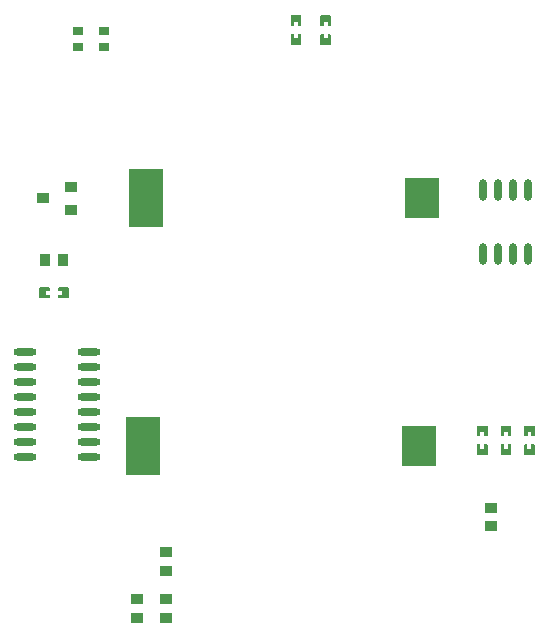
<source format=gbp>
G04 Layer: BottomPasteMaskLayer*
G04 EasyEDA Pro v2.2.27.1, 2024-09-03 10:08:37*
G04 Gerber Generator version 0.3*
G04 Scale: 100 percent, Rotated: No, Reflected: No*
G04 Dimensions in millimeters*
G04 Leading zeros omitted, absolute positions, 3 integers and 5 decimals*
%FSLAX35Y35*%
%MOMM*%
%ADD10R,1.0922X0.8128*%
%ADD11R,1.0922X0.8128*%
%ADD12R,0.9X0.8*%
%ADD13R,1.016X0.8128*%
%ADD14R,1.0922X0.8128*%
%ADD15R,0.8128X1.0922*%
%ADD16O,1.97099X0.60201*%
%ADD17R,2.99999X3.49999*%
%ADD18R,2.99999X4.99999*%
%ADD19O,0.63X1.865*%
G75*


G04 PolygonModel Start*
G36*
G01X2919999Y5794502D02*
G01X2919999Y5714502D01*
G01X2914997Y5709501D01*
G01X2892201Y5709501D01*
G01X2892201Y5746501D01*
G01X2859201Y5746501D01*
G01X2859201Y5709501D01*
G01X2834998Y5709501D01*
G01X2829999Y5714502D01*
G01X2829999Y5794502D01*
G01X2834998Y5799501D01*
G01X2914997Y5799501D01*
G01X2919999Y5794502D01*
G37*
G36*
G01X2830001Y5555498D02*
G01X2830001Y5635498D01*
G01X2835003Y5640500D01*
G01X2857799Y5640500D01*
G01X2857799Y5603499D01*
G01X2890799Y5603499D01*
G01X2890799Y5640500D01*
G01X2915003Y5640500D01*
G01X2920001Y5635498D01*
G01X2920001Y5555498D01*
G01X2915003Y5550500D01*
G01X2835003Y5550500D01*
G01X2830001Y5555498D01*
G37*
G36*
G01X2669999Y5794502D02*
G01X2669999Y5714502D01*
G01X2664997Y5709501D01*
G01X2642201Y5709501D01*
G01X2642201Y5746501D01*
G01X2609201Y5746501D01*
G01X2609201Y5709501D01*
G01X2584998Y5709501D01*
G01X2579999Y5714502D01*
G01X2579999Y5794502D01*
G01X2584998Y5799501D01*
G01X2664997Y5799501D01*
G01X2669999Y5794502D01*
G37*
G36*
G01X2580001Y5555498D02*
G01X2580001Y5635498D01*
G01X2585003Y5640500D01*
G01X2607799Y5640500D01*
G01X2607799Y5603499D01*
G01X2640799Y5603499D01*
G01X2640799Y5640500D01*
G01X2665003Y5640500D01*
G01X2670001Y5635498D01*
G01X2670001Y5555498D01*
G01X2665003Y5550500D01*
G01X2585003Y5550500D01*
G01X2580001Y5555498D01*
G37*
G36*
G01X4155002Y2080498D02*
G01X4155002Y2160498D01*
G01X4160003Y2165499D01*
G01X4182799Y2165499D01*
G01X4182799Y2128499D01*
G01X4215799Y2128499D01*
G01X4215799Y2165499D01*
G01X4240003Y2165499D01*
G01X4245001Y2160498D01*
G01X4245001Y2080498D01*
G01X4240003Y2075500D01*
G01X4160003Y2075500D01*
G01X4155002Y2080498D01*
G37*
G36*
G01X4244999Y2319502D02*
G01X4244999Y2239502D01*
G01X4239998Y2234501D01*
G01X4217201Y2234501D01*
G01X4217201Y2271501D01*
G01X4184201Y2271501D01*
G01X4184201Y2234501D01*
G01X4159998Y2234501D01*
G01X4154999Y2239502D01*
G01X4154999Y2319502D01*
G01X4159998Y2324501D01*
G01X4239998Y2324501D01*
G01X4244999Y2319502D01*
G37*
G36*
G01X4355001Y2080498D02*
G01X4355001Y2160498D01*
G01X4360003Y2165499D01*
G01X4382799Y2165499D01*
G01X4382799Y2128499D01*
G01X4415799Y2128499D01*
G01X4415799Y2165499D01*
G01X4440003Y2165499D01*
G01X4445001Y2160498D01*
G01X4445001Y2080498D01*
G01X4440003Y2075500D01*
G01X4360003Y2075500D01*
G01X4355001Y2080498D01*
G37*
G36*
G01X4444999Y2319502D02*
G01X4444999Y2239502D01*
G01X4439997Y2234501D01*
G01X4417201Y2234501D01*
G01X4417201Y2271501D01*
G01X4384201Y2271501D01*
G01X4384201Y2234501D01*
G01X4359998Y2234501D01*
G01X4354999Y2239502D01*
G01X4354999Y2319502D01*
G01X4359998Y2324501D01*
G01X4439997Y2324501D01*
G01X4444999Y2319502D01*
G37*
G36*
G01X4555002Y2080498D02*
G01X4555002Y2160498D01*
G01X4560003Y2165499D01*
G01X4582799Y2165499D01*
G01X4582799Y2128499D01*
G01X4615799Y2128499D01*
G01X4615799Y2165499D01*
G01X4640003Y2165499D01*
G01X4645001Y2160498D01*
G01X4645001Y2080498D01*
G01X4640003Y2075500D01*
G01X4560003Y2075500D01*
G01X4555002Y2080498D01*
G37*
G36*
G01X4644999Y2319502D02*
G01X4644999Y2239502D01*
G01X4639998Y2234501D01*
G01X4617201Y2234501D01*
G01X4617201Y2271501D01*
G01X4584201Y2271501D01*
G01X4584201Y2234501D01*
G01X4559998Y2234501D01*
G01X4554999Y2239502D01*
G01X4554999Y2319502D01*
G01X4559998Y2324501D01*
G01X4639998Y2324501D01*
G01X4644999Y2319502D01*
G37*
G36*
G01X455498Y3494999D02*
G01X535498Y3494999D01*
G01X540499Y3489998D01*
G01X540499Y3467201D01*
G01X503499Y3467201D01*
G01X503499Y3434201D01*
G01X540499Y3434201D01*
G01X540499Y3409998D01*
G01X535498Y3404999D01*
G01X455498Y3404999D01*
G01X450499Y3409998D01*
G01X450499Y3489998D01*
G01X455498Y3494999D01*
G37*
G36*
G01X694502Y3405002D02*
G01X614502Y3405002D01*
G01X609501Y3410003D01*
G01X609501Y3432799D01*
G01X646501Y3432799D01*
G01X646501Y3465799D01*
G01X609501Y3465799D01*
G01X609501Y3490003D01*
G01X614502Y3495001D01*
G01X694502Y3495001D01*
G01X699501Y3490003D01*
G01X699501Y3410003D01*
G01X694502Y3405002D01*
G37*

G04 Pad Start*
G54D10*
G01X1525000Y1096260D03*
G01X1525000Y1253740D03*
G54D11*
G01X1525000Y853740D03*
G01X1525000Y696260D03*
G01X4275000Y1628740D03*
G01X4275000Y1471260D03*
G54D12*
G01X775000Y5529998D03*
G01X775000Y5670003D03*
G01X1000000Y5529998D03*
G01X1000000Y5670003D03*
G54D13*
G01X721920Y4154750D03*
G01X478080Y4250000D03*
G01X721920Y4345250D03*
G54D14*
G01X1275000Y696260D03*
G01X1275000Y853740D03*
G54D15*
G01X653740Y3725000D03*
G01X496260Y3725000D03*
G54D16*
G01X873558Y2944500D03*
G01X873558Y2817500D03*
G01X873558Y2690500D03*
G01X873558Y2563500D03*
G01X873558Y2436500D03*
G01X873558Y2309500D03*
G01X873558Y2182500D03*
G01X873558Y2055500D03*
G01X326442Y2944500D03*
G01X326442Y2817500D03*
G01X326442Y2690500D03*
G01X326442Y2563500D03*
G01X326442Y2436500D03*
G01X326442Y2309500D03*
G01X326442Y2182500D03*
G01X326442Y2055500D03*
G54D17*
G01X3693400Y4250000D03*
G54D18*
G01X1356600Y4250000D03*
G54D17*
G01X3668400Y2150000D03*
G54D18*
G01X1331600Y2150000D03*
G54D19*
G01X4590500Y3781751D03*
G01X4463500Y3781751D03*
G01X4336500Y3781751D03*
G01X4209500Y3781751D03*
G01X4590500Y4318249D03*
G01X4463500Y4318249D03*
G01X4336500Y4318249D03*
G01X4209500Y4318249D03*
G04 Pad End*

M02*


</source>
